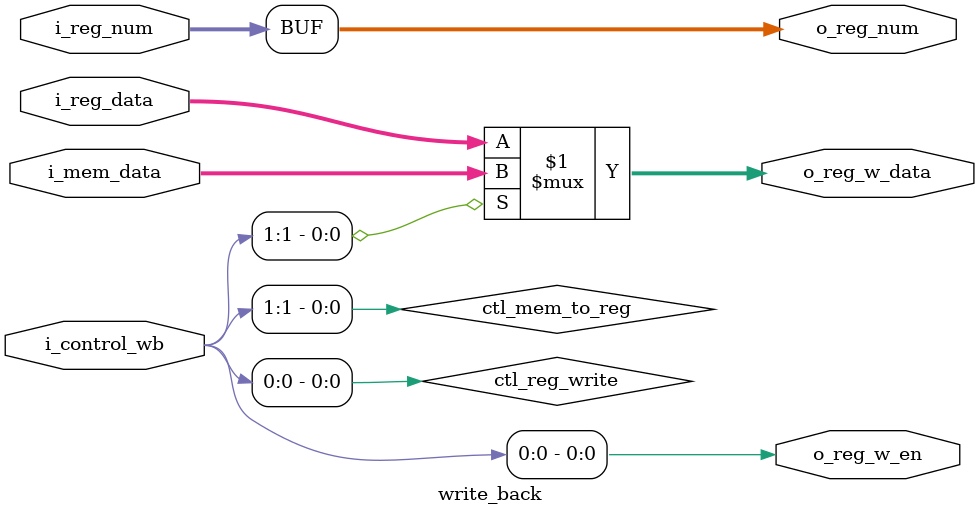
<source format=v>
`timescale 1ns / 1ps


module write_back
#(
    parameter NB_DATA       = 32,
    parameter N_REGISTERS   = 32,
    parameter NB_ADDR_REGISTERS  = $clog2(N_REGISTERS),
    parameter NB_CONTROL_WB = 2
)(
    output  wire  [NB_DATA-1:0]             o_reg_w_data    ,
    output  wire  [NB_ADDR_REGISTERS-1:0]   o_reg_num       ,
    output  wire                            o_reg_w_en      ,
    
    input   wire   [NB_DATA-1:0]            i_reg_data  ,
    input   wire   [NB_DATA-1:0]            i_mem_data  ,
    
    input   wire   [NB_ADDR_REGISTERS-1:0]  i_reg_num   ,
    
    input   wire   [NB_CONTROL_WB-1:0]      i_control_wb
    
//    input   wire    i_clk   ,
//    input   wire    i_reset
);

//wire not_zero_en;

wire ctl_mem_to_reg;
wire ctl_reg_write;

assign ctl_mem_to_reg = i_control_wb[1];    // Coordinar con id
assign ctl_reg_write  = i_control_wb[0];

//assign not_zero_en = (i_reg_num != {NB_ADDR_REGISTERS{1'b0}});

//output assing
assign o_reg_w_data = (ctl_mem_to_reg) ? i_mem_data : i_reg_data; 
assign o_reg_w_en   = ctl_reg_write; //& not_zero_en;
assign o_reg_num    = i_reg_num;

endmodule

</source>
